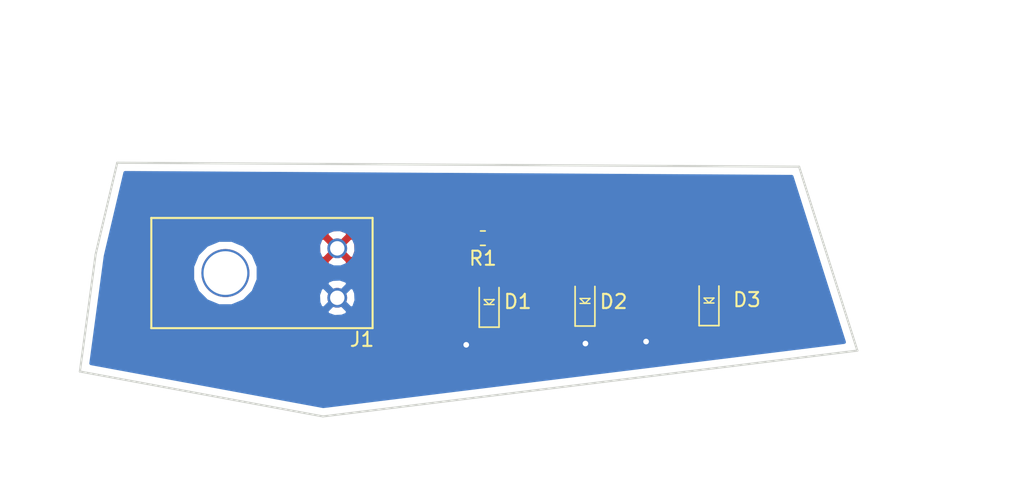
<source format=kicad_pcb>
(kicad_pcb (version 20171130) (host pcbnew 5.0.2-bee76a0~70~ubuntu16.04.1)

  (general
    (thickness 1.6)
    (drawings 6)
    (tracks 18)
    (zones 0)
    (modules 5)
    (nets 4)
  )

  (page A4)
  (layers
    (0 F.Cu signal)
    (31 B.Cu signal)
    (32 B.Adhes user)
    (33 F.Adhes user)
    (34 B.Paste user)
    (35 F.Paste user)
    (36 B.SilkS user)
    (37 F.SilkS user)
    (38 B.Mask user)
    (39 F.Mask user)
    (40 Dwgs.User user)
    (41 Cmts.User user)
    (42 Eco1.User user)
    (43 Eco2.User user)
    (44 Edge.Cuts user)
    (45 Margin user)
    (46 B.CrtYd user)
    (47 F.CrtYd user)
    (48 B.Fab user)
    (49 F.Fab user)
  )

  (setup
    (last_trace_width 0.25)
    (trace_clearance 0.2)
    (zone_clearance 0.508)
    (zone_45_only no)
    (trace_min 0.2)
    (segment_width 0.2)
    (edge_width 0.15)
    (via_size 0.8)
    (via_drill 0.4)
    (via_min_size 0.4)
    (via_min_drill 0.3)
    (uvia_size 0.3)
    (uvia_drill 0.1)
    (uvias_allowed no)
    (uvia_min_size 0.2)
    (uvia_min_drill 0.1)
    (pcb_text_width 0.3)
    (pcb_text_size 1.5 1.5)
    (mod_edge_width 0.15)
    (mod_text_size 1 1)
    (mod_text_width 0.15)
    (pad_size 1.524 1.524)
    (pad_drill 0.762)
    (pad_to_mask_clearance 0.051)
    (solder_mask_min_width 0.25)
    (aux_axis_origin 0 0)
    (visible_elements FFFFFF7F)
    (pcbplotparams
      (layerselection 0x010fc_ffffffff)
      (usegerberextensions false)
      (usegerberattributes false)
      (usegerberadvancedattributes false)
      (creategerberjobfile false)
      (excludeedgelayer true)
      (linewidth 0.100000)
      (plotframeref false)
      (viasonmask false)
      (mode 1)
      (useauxorigin false)
      (hpglpennumber 1)
      (hpglpenspeed 20)
      (hpglpendiameter 15.000000)
      (psnegative false)
      (psa4output false)
      (plotreference true)
      (plotvalue true)
      (plotinvisibletext false)
      (padsonsilk false)
      (subtractmaskfromsilk false)
      (outputformat 1)
      (mirror false)
      (drillshape 1)
      (scaleselection 1)
      (outputdirectory ""))
  )

  (net 0 "")
  (net 1 "Net-(D1-Pad2)")
  (net 2 GND)
  (net 3 /12V)

  (net_class Default "This is the default net class."
    (clearance 0.2)
    (trace_width 0.25)
    (via_dia 0.8)
    (via_drill 0.4)
    (uvia_dia 0.3)
    (uvia_drill 0.1)
    (add_net /12V)
    (add_net GND)
    (add_net "Net-(D1-Pad2)")
  )

  (net_class thick ""
    (clearance 0.2)
    (trace_width 0.254)
    (via_dia 0.8)
    (via_drill 0.4)
    (uvia_dia 0.3)
    (uvia_drill 0.1)
  )

  (module footprints:LED_0805_OEM (layer F.Cu) (tedit 5C3D84D8) (tstamp 5D92CA18)
    (at 134.96 83.57 90)
    (descr "LED 0805 smd package")
    (tags "LED led 0805 SMD smd SMT smt smdled SMDLED smtled SMTLED")
    (path /5D92C6E4)
    (attr smd)
    (fp_text reference D1 (at 0.01 2.02 180) (layer F.SilkS)
      (effects (font (size 1 1) (thickness 0.15)))
    )
    (fp_text value LED_0805 (at 0.508 2.032 90) (layer F.Fab) hide
      (effects (font (size 1 1) (thickness 0.15)))
    )
    (fp_line (start -0.2 0.35) (end -0.2 0) (layer F.SilkS) (width 0.1))
    (fp_line (start -0.2 0) (end -0.2 -0.35) (layer F.SilkS) (width 0.1))
    (fp_line (start 0.15 0.35) (end -0.2 0) (layer F.SilkS) (width 0.1))
    (fp_line (start 0.15 0.3) (end 0.15 0.35) (layer F.SilkS) (width 0.1))
    (fp_line (start 0.15 0.35) (end 0.15 0.3) (layer F.SilkS) (width 0.1))
    (fp_line (start 0.15 -0.35) (end 0.15 0.3) (layer F.SilkS) (width 0.1))
    (fp_line (start 0.1 -0.3) (end 0.15 -0.35) (layer F.SilkS) (width 0.1))
    (fp_line (start -0.2 0) (end 0.1 -0.3) (layer F.SilkS) (width 0.1))
    (fp_line (start -1.8 -0.7) (end -1.8 0.7) (layer F.SilkS) (width 0.12))
    (fp_line (start 1 0.6) (end -1 0.6) (layer F.Fab) (width 0.1))
    (fp_line (start 1 -0.6) (end 1 0.6) (layer F.Fab) (width 0.1))
    (fp_line (start -1 -0.6) (end 1 -0.6) (layer F.Fab) (width 0.1))
    (fp_line (start -1 0.6) (end -1 -0.6) (layer F.Fab) (width 0.1))
    (fp_line (start -1.8 0.7) (end 1 0.7) (layer F.SilkS) (width 0.12))
    (fp_line (start -1.8 -0.7) (end 1 -0.7) (layer F.SilkS) (width 0.12))
    (fp_line (start 1.95 -0.85) (end 1.95 0.85) (layer F.CrtYd) (width 0.05))
    (fp_line (start 1.95 0.85) (end -1.95 0.85) (layer F.CrtYd) (width 0.05))
    (fp_line (start -1.95 0.85) (end -1.95 -0.85) (layer F.CrtYd) (width 0.05))
    (fp_line (start -1.95 -0.85) (end 1.95 -0.85) (layer F.CrtYd) (width 0.05))
    (pad 2 smd rect (at 1.1 0 270) (size 1.2 1.2) (layers F.Cu F.Paste F.Mask)
      (net 1 "Net-(D1-Pad2)"))
    (pad 1 smd rect (at -1.1 0 270) (size 1.2 1.2) (layers F.Cu F.Paste F.Mask)
      (net 2 GND))
    (model "${LOCAL_DIR}/OEM_Preferred_Parts/3DModels/LED_0805/LED 0805 Base GREEN001_sp.wrl"
      (at (xyz 0 0 0))
      (scale (xyz 1 1 1))
      (rotate (xyz 0 0 180))
    )
    (model "${LOCAL_DIR}/OEM_Preferred_Parts/3DModels/LED_0805/LED 0805 Base GREEN001_sp.step"
      (at (xyz 0 0 0))
      (scale (xyz 1 1 1))
      (rotate (xyz 0 0 0))
    )
  )

  (module footprints:LED_0805_OEM (layer F.Cu) (tedit 5C3D84D8) (tstamp 5D92CA31)
    (at 141.74 83.49 90)
    (descr "LED 0805 smd package")
    (tags "LED led 0805 SMD smd SMT smt smdled SMDLED smtled SMTLED")
    (path /5D92BE6A)
    (attr smd)
    (fp_text reference D2 (at -0.07 2.02 180) (layer F.SilkS)
      (effects (font (size 1 1) (thickness 0.15)))
    )
    (fp_text value LED_0805 (at 0.508 2.032 90) (layer F.Fab) hide
      (effects (font (size 1 1) (thickness 0.15)))
    )
    (fp_line (start -0.2 0.35) (end -0.2 0) (layer F.SilkS) (width 0.1))
    (fp_line (start -0.2 0) (end -0.2 -0.35) (layer F.SilkS) (width 0.1))
    (fp_line (start 0.15 0.35) (end -0.2 0) (layer F.SilkS) (width 0.1))
    (fp_line (start 0.15 0.3) (end 0.15 0.35) (layer F.SilkS) (width 0.1))
    (fp_line (start 0.15 0.35) (end 0.15 0.3) (layer F.SilkS) (width 0.1))
    (fp_line (start 0.15 -0.35) (end 0.15 0.3) (layer F.SilkS) (width 0.1))
    (fp_line (start 0.1 -0.3) (end 0.15 -0.35) (layer F.SilkS) (width 0.1))
    (fp_line (start -0.2 0) (end 0.1 -0.3) (layer F.SilkS) (width 0.1))
    (fp_line (start -1.8 -0.7) (end -1.8 0.7) (layer F.SilkS) (width 0.12))
    (fp_line (start 1 0.6) (end -1 0.6) (layer F.Fab) (width 0.1))
    (fp_line (start 1 -0.6) (end 1 0.6) (layer F.Fab) (width 0.1))
    (fp_line (start -1 -0.6) (end 1 -0.6) (layer F.Fab) (width 0.1))
    (fp_line (start -1 0.6) (end -1 -0.6) (layer F.Fab) (width 0.1))
    (fp_line (start -1.8 0.7) (end 1 0.7) (layer F.SilkS) (width 0.12))
    (fp_line (start -1.8 -0.7) (end 1 -0.7) (layer F.SilkS) (width 0.12))
    (fp_line (start 1.95 -0.85) (end 1.95 0.85) (layer F.CrtYd) (width 0.05))
    (fp_line (start 1.95 0.85) (end -1.95 0.85) (layer F.CrtYd) (width 0.05))
    (fp_line (start -1.95 0.85) (end -1.95 -0.85) (layer F.CrtYd) (width 0.05))
    (fp_line (start -1.95 -0.85) (end 1.95 -0.85) (layer F.CrtYd) (width 0.05))
    (pad 2 smd rect (at 1.1 0 270) (size 1.2 1.2) (layers F.Cu F.Paste F.Mask)
      (net 1 "Net-(D1-Pad2)"))
    (pad 1 smd rect (at -1.1 0 270) (size 1.2 1.2) (layers F.Cu F.Paste F.Mask)
      (net 2 GND))
    (model "${LOCAL_DIR}/OEM_Preferred_Parts/3DModels/LED_0805/LED 0805 Base GREEN001_sp.wrl"
      (at (xyz 0 0 0))
      (scale (xyz 1 1 1))
      (rotate (xyz 0 0 180))
    )
    (model "${LOCAL_DIR}/OEM_Preferred_Parts/3DModels/LED_0805/LED 0805 Base GREEN001_sp.step"
      (at (xyz 0 0 0))
      (scale (xyz 1 1 1))
      (rotate (xyz 0 0 0))
    )
  )

  (module footprints:LED_0805_OEM (layer F.Cu) (tedit 5C3D84D8) (tstamp 5D92CA4A)
    (at 150.51 83.46 90)
    (descr "LED 0805 smd package")
    (tags "LED led 0805 SMD smd SMT smt smdled SMDLED smtled SMTLED")
    (path /5D92C68E)
    (attr smd)
    (fp_text reference D3 (at 0.03 2.68 180) (layer F.SilkS)
      (effects (font (size 1 1) (thickness 0.15)))
    )
    (fp_text value LED_0805 (at 0.508 2.032 90) (layer F.Fab) hide
      (effects (font (size 1 1) (thickness 0.15)))
    )
    (fp_line (start -1.95 -0.85) (end 1.95 -0.85) (layer F.CrtYd) (width 0.05))
    (fp_line (start -1.95 0.85) (end -1.95 -0.85) (layer F.CrtYd) (width 0.05))
    (fp_line (start 1.95 0.85) (end -1.95 0.85) (layer F.CrtYd) (width 0.05))
    (fp_line (start 1.95 -0.85) (end 1.95 0.85) (layer F.CrtYd) (width 0.05))
    (fp_line (start -1.8 -0.7) (end 1 -0.7) (layer F.SilkS) (width 0.12))
    (fp_line (start -1.8 0.7) (end 1 0.7) (layer F.SilkS) (width 0.12))
    (fp_line (start -1 0.6) (end -1 -0.6) (layer F.Fab) (width 0.1))
    (fp_line (start -1 -0.6) (end 1 -0.6) (layer F.Fab) (width 0.1))
    (fp_line (start 1 -0.6) (end 1 0.6) (layer F.Fab) (width 0.1))
    (fp_line (start 1 0.6) (end -1 0.6) (layer F.Fab) (width 0.1))
    (fp_line (start -1.8 -0.7) (end -1.8 0.7) (layer F.SilkS) (width 0.12))
    (fp_line (start -0.2 0) (end 0.1 -0.3) (layer F.SilkS) (width 0.1))
    (fp_line (start 0.1 -0.3) (end 0.15 -0.35) (layer F.SilkS) (width 0.1))
    (fp_line (start 0.15 -0.35) (end 0.15 0.3) (layer F.SilkS) (width 0.1))
    (fp_line (start 0.15 0.35) (end 0.15 0.3) (layer F.SilkS) (width 0.1))
    (fp_line (start 0.15 0.3) (end 0.15 0.35) (layer F.SilkS) (width 0.1))
    (fp_line (start 0.15 0.35) (end -0.2 0) (layer F.SilkS) (width 0.1))
    (fp_line (start -0.2 0) (end -0.2 -0.35) (layer F.SilkS) (width 0.1))
    (fp_line (start -0.2 0.35) (end -0.2 0) (layer F.SilkS) (width 0.1))
    (pad 1 smd rect (at -1.1 0 270) (size 1.2 1.2) (layers F.Cu F.Paste F.Mask)
      (net 2 GND))
    (pad 2 smd rect (at 1.1 0 270) (size 1.2 1.2) (layers F.Cu F.Paste F.Mask)
      (net 1 "Net-(D1-Pad2)"))
    (model "${LOCAL_DIR}/OEM_Preferred_Parts/3DModels/LED_0805/LED 0805 Base GREEN001_sp.wrl"
      (at (xyz 0 0 0))
      (scale (xyz 1 1 1))
      (rotate (xyz 0 0 180))
    )
    (model "${LOCAL_DIR}/OEM_Preferred_Parts/3DModels/LED_0805/LED 0805 Base GREEN001_sp.step"
      (at (xyz 0 0 0))
      (scale (xyz 1 1 1))
      (rotate (xyz 0 0 0))
    )
  )

  (module footprints:Ultrafit_2_RA (layer F.Cu) (tedit 5AA1E581) (tstamp 5D92CA59)
    (at 124.22 83.29 180)
    (path /5D92AE9A)
    (fp_text reference J1 (at -1.75 -2.95 180) (layer F.SilkS)
      (effects (font (size 1 1) (thickness 0.15)))
    )
    (fp_text value UF_2_RA (at 4.572 0.508 270) (layer F.Fab) hide
      (effects (font (size 1 1) (thickness 0.15)))
    )
    (fp_line (start 13.05 -2.05) (end -2.4 -2.05) (layer F.Fab) (width 0.1))
    (fp_line (start 13.05 5.55) (end 13.05 -2.05) (layer F.Fab) (width 0.1))
    (fp_line (start -2.4 5.55) (end 13.05 5.55) (layer F.Fab) (width 0.1))
    (fp_line (start -2.4 -2.05) (end -2.4 5.55) (layer F.Fab) (width 0.1))
    (fp_line (start -2.5 5.65) (end 13.16 5.65) (layer F.SilkS) (width 0.15))
    (fp_line (start -2.5 -2.15) (end 13.16 -2.15) (layer F.SilkS) (width 0.15))
    (fp_line (start -2.5 5.65) (end -2.5 -2.15) (layer F.SilkS) (width 0.15))
    (fp_line (start 13.15 5.65) (end 13.15 -2.15) (layer F.SilkS) (width 0.15))
    (pad 2 thru_hole circle (at 0 0 180) (size 1.397 1.397) (drill 1.02) (layers *.Cu *.Mask)
      (net 2 GND))
    (pad 1 thru_hole circle (at 0 3.5 180) (size 1.397 1.397) (drill 1.02) (layers *.Cu *.Mask)
      (net 3 /12V))
    (pad "" thru_hole circle (at 7.91 1.75 180) (size 3.4 3.4) (drill 3.09) (layers *.Cu *.Mask))
  )

  (module footprints:R_0603_1608Metric (layer F.Cu) (tedit 5B301BBD) (tstamp 5D92CF4B)
    (at 134.5175 79.07 180)
    (descr "Resistor SMD 0603 (1608 Metric), square (rectangular) end terminal, IPC_7351 nominal, (Body size source: http://www.tortai-tech.com/upload/download/2011102023233369053.pdf), generated with kicad-footprint-generator")
    (tags resistor)
    (path /5D92D436)
    (attr smd)
    (fp_text reference R1 (at 0 -1.43 180) (layer F.SilkS)
      (effects (font (size 1 1) (thickness 0.15)))
    )
    (fp_text value R_0 (at 0 1.43 180) (layer F.Fab)
      (effects (font (size 1 1) (thickness 0.15)))
    )
    (fp_line (start -0.8 0.4) (end -0.8 -0.4) (layer F.Fab) (width 0.1))
    (fp_line (start -0.8 -0.4) (end 0.8 -0.4) (layer F.Fab) (width 0.1))
    (fp_line (start 0.8 -0.4) (end 0.8 0.4) (layer F.Fab) (width 0.1))
    (fp_line (start 0.8 0.4) (end -0.8 0.4) (layer F.Fab) (width 0.1))
    (fp_line (start -0.162779 -0.51) (end 0.162779 -0.51) (layer F.SilkS) (width 0.12))
    (fp_line (start -0.162779 0.51) (end 0.162779 0.51) (layer F.SilkS) (width 0.12))
    (fp_line (start -1.48 0.73) (end -1.48 -0.73) (layer F.CrtYd) (width 0.05))
    (fp_line (start -1.48 -0.73) (end 1.48 -0.73) (layer F.CrtYd) (width 0.05))
    (fp_line (start 1.48 -0.73) (end 1.48 0.73) (layer F.CrtYd) (width 0.05))
    (fp_line (start 1.48 0.73) (end -1.48 0.73) (layer F.CrtYd) (width 0.05))
    (fp_text user %R (at 0 0 180) (layer F.Fab)
      (effects (font (size 0.4 0.4) (thickness 0.06)))
    )
    (pad 1 smd roundrect (at -0.7875 0 180) (size 0.875 0.95) (layers F.Cu F.Paste F.Mask) (roundrect_rratio 0.25)
      (net 1 "Net-(D1-Pad2)"))
    (pad 2 smd roundrect (at 0.7875 0 180) (size 0.875 0.95) (layers F.Cu F.Paste F.Mask) (roundrect_rratio 0.25)
      (net 3 /12V))
    (model ${KISYS3DMOD}/Resistor_SMD.3dshapes/R_0603_1608Metric.wrl
      (at (xyz 0 0 0))
      (scale (xyz 1 1 1))
      (rotate (xyz 0 0 0))
    )
  )

  (gr_line (start 106.02 88.51) (end 107.13 80.24) (layer Edge.Cuts) (width 0.15))
  (gr_line (start 123.21 91.69) (end 106.02 88.51) (layer Edge.Cuts) (width 0.15))
  (gr_line (start 161 87.03) (end 123.21 91.69) (layer Edge.Cuts) (width 0.15))
  (gr_line (start 156.88 74.01) (end 161 87.03) (layer Edge.Cuts) (width 0.15))
  (gr_line (start 108.66 73.73) (end 156.88 74.01) (layer Edge.Cuts) (width 0.15))
  (gr_line (start 107.12 80.27) (end 108.66 73.73) (layer Edge.Cuts) (width 0.15))

  (segment (start 135.305 82.125) (end 134.96 82.47) (width 0.25) (layer F.Cu) (net 1))
  (segment (start 135.305 79.07) (end 135.305 82.125) (width 0.25) (layer F.Cu) (net 1))
  (segment (start 141.66 82.47) (end 141.74 82.39) (width 0.25) (layer F.Cu) (net 1))
  (segment (start 134.96 82.47) (end 141.66 82.47) (width 0.25) (layer F.Cu) (net 1))
  (segment (start 150.48 82.39) (end 150.51 82.36) (width 0.25) (layer F.Cu) (net 1))
  (segment (start 141.74 82.39) (end 150.48 82.39) (width 0.25) (layer F.Cu) (net 1))
  (via (at 141.77 86.53) (size 0.8) (drill 0.4) (layers F.Cu B.Cu) (net 2))
  (segment (start 141.74 84.59) (end 141.74 86.5) (width 0.25) (layer F.Cu) (net 2))
  (segment (start 141.74 86.5) (end 141.77 86.53) (width 0.25) (layer F.Cu) (net 2))
  (segment (start 149.66 84.56) (end 149.13 85.09) (width 0.25) (layer F.Cu) (net 2))
  (segment (start 150.51 84.56) (end 149.66 84.56) (width 0.25) (layer F.Cu) (net 2))
  (segment (start 149.13 85.09) (end 147.36 85.09) (width 0.25) (layer F.Cu) (net 2))
  (via (at 146.06 86.39) (size 0.8) (drill 0.4) (layers F.Cu B.Cu) (net 2))
  (segment (start 147.36 85.09) (end 146.06 86.39) (width 0.25) (layer F.Cu) (net 2))
  (via (at 133.34 86.62) (size 0.8) (drill 0.4) (layers F.Cu B.Cu) (net 2))
  (segment (start 133.86 86.62) (end 133.34 86.62) (width 0.25) (layer F.Cu) (net 2))
  (segment (start 134.96 84.67) (end 134.96 85.52) (width 0.25) (layer F.Cu) (net 2))
  (segment (start 134.96 85.52) (end 133.86 86.62) (width 0.25) (layer F.Cu) (net 2))

  (zone (net 2) (net_name GND) (layer B.Cu) (tstamp 5D92CFE3) (hatch edge 0.508)
    (connect_pads (clearance 0.508))
    (min_thickness 0.254)
    (fill yes (arc_segments 16) (thermal_gap 0.508) (thermal_bridge_width 0.508))
    (polygon
      (pts
        (xy 101.91 69.37) (xy 100.37 95.57) (xy 172.8 96.48) (xy 171.9 62.21) (xy 101.88 69.57)
      )
    )
    (filled_polygon
      (pts
        (xy 156.359018 74.716987) (xy 160.065398 86.429871) (xy 123.231634 90.971955) (xy 106.813575 87.934758) (xy 107.311608 84.224188)
        (xy 123.465417 84.224188) (xy 123.527071 84.4598) (xy 124.02748 84.635927) (xy 124.557199 84.607148) (xy 124.912929 84.4598)
        (xy 124.974583 84.224188) (xy 124.22 83.469605) (xy 123.465417 84.224188) (xy 107.311608 84.224188) (xy 107.73422 81.07554)
        (xy 113.975 81.07554) (xy 113.975 82.00446) (xy 114.330483 82.862671) (xy 114.987329 83.519517) (xy 115.84554 83.875)
        (xy 116.77446 83.875) (xy 117.632671 83.519517) (xy 118.054708 83.09748) (xy 122.874073 83.09748) (xy 122.902852 83.627199)
        (xy 123.0502 83.982929) (xy 123.285812 84.044583) (xy 124.040395 83.29) (xy 124.399605 83.29) (xy 125.154188 84.044583)
        (xy 125.3898 83.982929) (xy 125.565927 83.48252) (xy 125.537148 82.952801) (xy 125.3898 82.597071) (xy 125.154188 82.535417)
        (xy 124.399605 83.29) (xy 124.040395 83.29) (xy 123.285812 82.535417) (xy 123.0502 82.597071) (xy 122.874073 83.09748)
        (xy 118.054708 83.09748) (xy 118.289517 82.862671) (xy 118.499465 82.355812) (xy 123.465417 82.355812) (xy 124.22 83.110395)
        (xy 124.974583 82.355812) (xy 124.912929 82.1202) (xy 124.41252 81.944073) (xy 123.882801 81.972852) (xy 123.527071 82.1202)
        (xy 123.465417 82.355812) (xy 118.499465 82.355812) (xy 118.645 82.00446) (xy 118.645 81.07554) (xy 118.289517 80.217329)
        (xy 117.632671 79.560483) (xy 117.546404 79.52475) (xy 122.8865 79.52475) (xy 122.8865 80.05525) (xy 123.089513 80.545367)
        (xy 123.464633 80.920487) (xy 123.95475 81.1235) (xy 124.48525 81.1235) (xy 124.975367 80.920487) (xy 125.350487 80.545367)
        (xy 125.5535 80.05525) (xy 125.5535 79.52475) (xy 125.350487 79.034633) (xy 124.975367 78.659513) (xy 124.48525 78.4565)
        (xy 123.95475 78.4565) (xy 123.464633 78.659513) (xy 123.089513 79.034633) (xy 122.8865 79.52475) (xy 117.546404 79.52475)
        (xy 116.77446 79.205) (xy 115.84554 79.205) (xy 114.987329 79.560483) (xy 114.330483 80.217329) (xy 113.975 81.07554)
        (xy 107.73422 81.07554) (xy 107.832956 80.339914) (xy 109.221461 74.443271)
      )
    )
  )
  (zone (net 3) (net_name /12V) (layer F.Cu) (tstamp 0) (hatch edge 0.508)
    (connect_pads (clearance 0.508))
    (min_thickness 0.254)
    (fill yes (arc_segments 16) (thermal_gap 0.508) (thermal_bridge_width 0.508))
    (polygon
      (pts
        (xy 122.35 80.92) (xy 122.05 76.34) (xy 133.73 75.98) (xy 134.55 78.98) (xy 133.64 80.59)
        (xy 122.75 81.22) (xy 122.29 80.92)
      )
    )
    (filled_polygon
      (pts
        (xy 134.139541 77.96) (xy 134.01575 77.96) (xy 133.857 78.11875) (xy 133.857 78.943) (xy 133.877 78.943)
        (xy 133.877 79.197) (xy 133.857 79.197) (xy 133.857 79.217) (xy 133.603 79.217) (xy 133.603 79.197)
        (xy 132.81625 79.197) (xy 132.6575 79.35575) (xy 132.6575 79.67131) (xy 132.754173 79.904699) (xy 132.932802 80.083327)
        (xy 133.166191 80.18) (xy 133.44425 80.18) (xy 133.602998 80.021252) (xy 133.602998 80.18) (xy 133.725857 80.18)
        (xy 133.56352 80.467212) (xy 124.890874 80.968936) (xy 124.912929 80.9598) (xy 124.974583 80.724188) (xy 124.22 79.969605)
        (xy 123.465417 80.724188) (xy 123.527071 80.9598) (xy 123.741882 81.035406) (xy 122.784379 81.090799) (xy 122.475254 80.889196)
        (xy 122.390644 79.59748) (xy 122.874073 79.59748) (xy 122.902852 80.127199) (xy 123.0502 80.482929) (xy 123.285812 80.544583)
        (xy 124.040395 79.79) (xy 124.399605 79.79) (xy 125.154188 80.544583) (xy 125.3898 80.482929) (xy 125.565927 79.98252)
        (xy 125.537148 79.452801) (xy 125.3898 79.097071) (xy 125.154188 79.035417) (xy 124.399605 79.79) (xy 124.040395 79.79)
        (xy 123.285812 79.035417) (xy 123.0502 79.097071) (xy 122.874073 79.59748) (xy 122.390644 79.59748) (xy 122.342064 78.855812)
        (xy 123.465417 78.855812) (xy 124.22 79.610395) (xy 124.974583 78.855812) (xy 124.912929 78.6202) (xy 124.482462 78.46869)
        (xy 132.6575 78.46869) (xy 132.6575 78.78425) (xy 132.81625 78.943) (xy 133.603 78.943) (xy 133.603 78.11875)
        (xy 133.44425 77.96) (xy 133.166191 77.96) (xy 132.932802 78.056673) (xy 132.754173 78.235301) (xy 132.6575 78.46869)
        (xy 124.482462 78.46869) (xy 124.41252 78.444073) (xy 123.882801 78.472852) (xy 123.527071 78.6202) (xy 123.465417 78.855812)
        (xy 122.342064 78.855812) (xy 122.185321 76.46289) (xy 133.633881 76.110023)
      )
    )
  )
)

</source>
